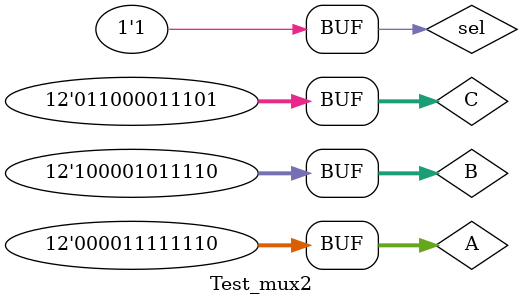
<source format=v>
`timescale 1ns / 1ps


module Test_mux2;

	reg [11:0] A;
	reg [11:0] B;
	reg [11:0] C;
	reg sel;
	// Outputs
	wire [11:0] mux2out;

	// Instantiate the Unit Under Test (UUT)
	mux2 uut (
		.A(A),
		.B(B),
		.C(C),
		.sel(sel),
		.mux2out(mux2out)
	);

	initial begin
		// Initialize Inputs

		// Wait 100 ns for global reset to finish
		#100;
      A = 254;
		B = 2142;
		C = 763421;
		sel = 1;
		// Add stimulus here

	end
      
endmodule


</source>
